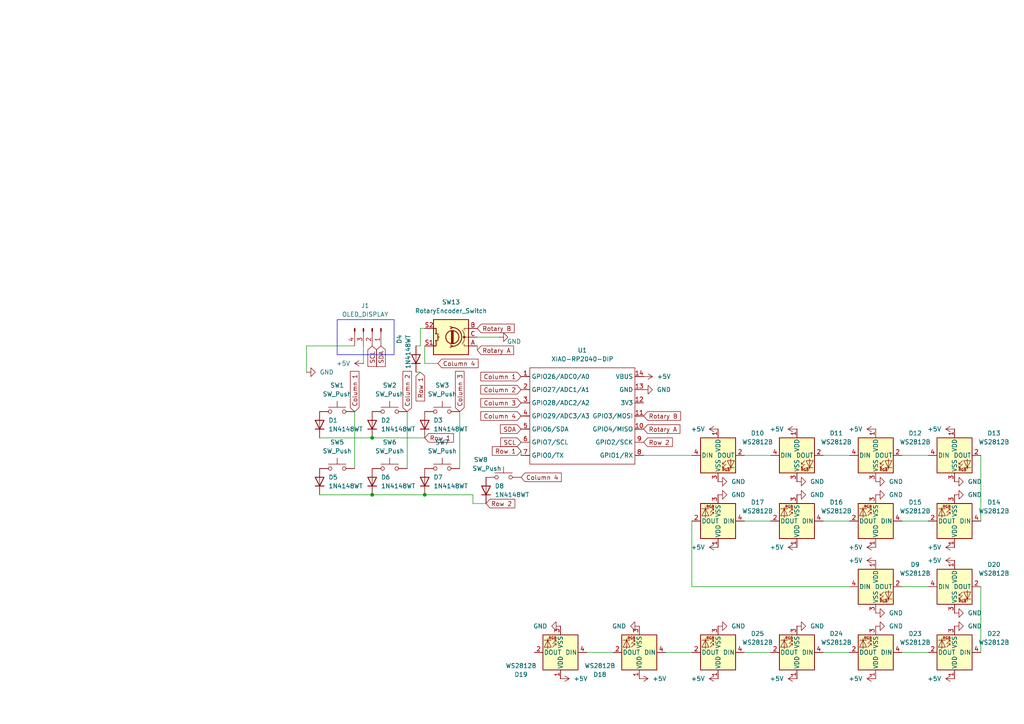
<source format=kicad_sch>
(kicad_sch (version 20250114) (generator "eeschema") (generator_version "9.0")
  (paper "A4")
  (lib_symbols
    (symbol "Connector:Conn_01x04_Pin" (pin_names (offset 1.016) (hide yes))
      (property "Reference" "J" (at 0 5.08 0))
      (property "Value" "Conn_01x04_Pin" (at 0 -7.62 0))
      (symbol "Conn_01x04_Pin_1_1"
        (rectangle (start 0.8636 2.667) (end 0 2.413) (stroke (width 0.1524)) (fill (type outline)))
        (rectangle (start 0.8636 0.127) (end 0 -0.127) (stroke (width 0.1524)) (fill (type outline)))
        (rectangle (start 0.8636 -2.413) (end 0 -2.667) (stroke (width 0.1524)) (fill (type outline)))
        (rectangle (start 0.8636 -4.953) (end 0 -5.207) (stroke (width 0.1524)) (fill (type outline)))
        (polyline (pts (xy 1.27 2.54) (xy 0.8636 2.54)) (stroke (width 0.1524)))
        (polyline (pts (xy 1.27 0) (xy 0.8636 0)) (stroke (width 0.1524)))
        (polyline (pts (xy 1.27 -2.54) (xy 0.8636 -2.54)) (stroke (width 0.1524)))
        (polyline (pts (xy 1.27 -5.08) (xy 0.8636 -5.08)) (stroke (width 0.1524)))
        (pin passive line (at 5.08 2.54 180) (length 3.81) (name "Pin_1") (number "1"))
        (pin passive line (at 5.08 0 180) (length 3.81) (name "Pin_2") (number "2"))
        (pin passive line (at 5.08 -2.54 180) (length 3.81) (name "Pin_3") (number "3"))
        (pin passive line (at 5.08 -5.08 180) (length 3.81) (name "Pin_4") (number "4"))
      )
    )
    (symbol "Device:RotaryEncoder_Switch" (pin_names (offset 0.254) (hide yes))
      (property "Reference" "SW" (at 0 6.604 0))
      (property "Value" "RotaryEncoder_Switch" (at 0 -6.604 0))
      (symbol "RotaryEncoder_Switch_0_1"
        (rectangle (start -5.08 5.08) (end 5.08 -5.08) (stroke (width 0.254)) (fill (type background)))
        (polyline (pts (xy -5.08 2.54) (xy -3.81 2.54) (xy -3.81 2.032)))
        (polyline (pts (xy -5.08 0) (xy -3.81 0) (xy -3.81 -1.016) (xy -3.302 -2.032)))
        (polyline (pts (xy -5.08 -2.54) (xy -3.81 -2.54) (xy -3.81 -2.032)))
        (polyline (pts (xy -4.318 0) (xy -3.81 0) (xy -3.81 1.016) (xy -3.302 2.032)))
        (circle (center -3.81 0) (radius 0.254) (fill (type outline)))
        (polyline (pts (xy -0.635 -1.778) (xy -0.635 1.778)) (stroke (width 0.254)))
        (circle (center -0.381 0) (radius 1.905) (stroke (width 0.254)))
        (polyline (pts (xy -0.381 -1.778) (xy -0.381 1.778)) (stroke (width 0.254)))
        (arc (start -0.381 -2.794) (mid -3.0988 -0.0635) (end -0.381 2.667) (stroke (width 0.254)))
        (polyline (pts (xy -0.127 1.778) (xy -0.127 -1.778)) (stroke (width 0.254)))
        (polyline (pts (xy 0.254 2.921) (xy -0.508 2.667) (xy 0.127 2.286)) (stroke (width 0.254)))
        (polyline (pts (xy 0.254 -3.048) (xy -0.508 -2.794) (xy 0.127 -2.413)) (stroke (width 0.254)))
        (polyline (pts (xy 3.81 1.016) (xy 3.81 -1.016)) (stroke (width 0.254)))
        (polyline (pts (xy 3.81 0) (xy 3.429 0)) (stroke (width 0.254)))
        (circle (center 4.318 1.016) (radius 0.127) (stroke (width 0.254)))
        (circle (center 4.318 -1.016) (radius 0.127) (stroke (width 0.254)))
        (polyline (pts (xy 5.08 2.54) (xy 4.318 2.54) (xy 4.318 1.016)) (stroke (width 0.254)))
        (polyline (pts (xy 5.08 -2.54) (xy 4.318 -2.54) (xy 4.318 -1.016)) (stroke (width 0.254)))
      )
      (symbol "RotaryEncoder_Switch_1_1"
        (pin passive line (at -7.62 2.54 0) (length 2.54) (name "A") (number "A"))
        (pin passive line (at -7.62 0 0) (length 2.54) (name "C") (number "C"))
        (pin passive line (at -7.62 -2.54 0) (length 2.54) (name "B") (number "B"))
        (pin passive line (at 7.62 2.54 180) (length 2.54) (name "S1") (number "S1"))
        (pin passive line (at 7.62 -2.54 180) (length 2.54) (name "S2") (number "S2"))
      )
    )
    (symbol "Diode:1N4148WT" (pin_numbers (hide yes)) (pin_names (hide yes))
      (property "Reference" "D" (at 0 2.54 0))
      (property "Value" "1N4148WT" (at 0 -2.54 0))
      (symbol "1N4148WT_0_1"
        (polyline (pts (xy -1.27 1.27) (xy -1.27 -1.27)) (stroke (width 0.254)))
        (polyline (pts (xy 1.27 1.27) (xy 1.27 -1.27) (xy -1.27 0) (xy 1.27 1.27)) (stroke (width 0.254)))
        (polyline (pts (xy 1.27 0) (xy -1.27 0)))
      )
      (symbol "1N4148WT_1_1"
        (pin passive line (at -3.81 0 0) (length 2.54) (name "K") (number "1"))
        (pin passive line (at 3.81 0 180) (length 2.54) (name "A") (number "2"))
      )
    )
    (symbol "LED:WS2812B" (pin_names (offset 0.254))
      (property "Reference" "D" (at 5.08 5.715 0))
      (property "Value" "WS2812B" (at 1.27 -5.715 0))
      (symbol "WS2812B_0_0"
        (text "RGB" (at 2.286 -4.191 0) (effects (font (size 0.762 0.762))))
      )
      (symbol "WS2812B_0_1"
        (polyline (pts (xy 1.27 -2.54) (xy 1.778 -2.54)))
        (polyline (pts (xy 1.27 -3.556) (xy 1.778 -3.556)))
        (polyline (pts (xy 2.286 -1.524) (xy 1.27 -2.54) (xy 1.27 -2.032)))
        (polyline (pts (xy 2.286 -2.54) (xy 1.27 -3.556) (xy 1.27 -3.048)))
        (polyline (pts (xy 3.683 -1.016) (xy 3.683 -3.556) (xy 3.683 -4.064)))
        (polyline (pts (xy 4.699 -1.524) (xy 2.667 -1.524) (xy 3.683 -3.556) (xy 4.699 -1.524)))
        (polyline (pts (xy 4.699 -3.556) (xy 2.667 -3.556)))
        (rectangle (start 5.08 5.08) (end -5.08 -5.08) (stroke (width 0.254)) (fill (type background)))
      )
      (symbol "WS2812B_1_1"
        (pin input line (at -7.62 0 0) (length 2.54) (name "DIN") (number "4"))
        (pin power_in line (at 0 7.62 270) (length 2.54) (name "VDD") (number "1"))
        (pin power_in line (at 0 -7.62 90) (length 2.54) (name "VSS") (number "3"))
        (pin output line (at 7.62 0 180) (length 2.54) (name "DOUT") (number "2"))
      )
    )
    (symbol "OPL:XIAO-RP2040-DIP"
      (property "Reference" "U" (at 0 0 0))
      (property "Value" "XIAO-RP2040-DIP" (at 5.334 -1.778 0))
      (symbol "XIAO-RP2040-DIP_1_0"
        (polyline (pts (xy -1.27 -2.54) (xy 29.21 -2.54)) (stroke (width 0.1524)))
        (polyline (pts (xy -1.27 -5.08) (xy -2.54 -5.08)) (stroke (width 0.1524)))
        (polyline (pts (xy -1.27 -5.08) (xy -1.27 -2.54)) (stroke (width 0.1524)))
        (polyline (pts (xy -1.27 -8.89) (xy -2.54 -8.89)) (stroke (width 0.1524)))
        (polyline (pts (xy -1.27 -8.89) (xy -1.27 -5.08)) (stroke (width 0.1524)))
        (polyline (pts (xy -1.27 -12.7) (xy -2.54 -12.7)) (stroke (width 0.1524)))
        (polyline (pts (xy -1.27 -12.7) (xy -1.27 -8.89)) (stroke (width 0.1524)))
        (polyline (pts (xy -1.27 -16.51) (xy -2.54 -16.51)) (stroke (width 0.1524)))
        (polyline (pts (xy -1.27 -16.51) (xy -1.27 -12.7)) (stroke (width 0.1524)))
        (polyline (pts (xy -1.27 -20.32) (xy -2.54 -20.32)) (stroke (width 0.1524)))
        (polyline (pts (xy -1.27 -24.13) (xy -2.54 -24.13)) (stroke (width 0.1524)))
        (polyline (pts (xy -1.27 -27.94) (xy -2.54 -27.94)) (stroke (width 0.1524)))
        (polyline (pts (xy -1.27 -30.48) (xy -1.27 -16.51)) (stroke (width 0.1524)))
        (polyline (pts (xy 29.21 -2.54) (xy 29.21 -5.08)) (stroke (width 0.1524)))
        (polyline (pts (xy 29.21 -5.08) (xy 29.21 -8.89)) (stroke (width 0.1524)))
        (polyline (pts (xy 29.21 -8.89) (xy 29.21 -12.7)) (stroke (width 0.1524)))
        (polyline (pts (xy 29.21 -12.7) (xy 29.21 -30.48)) (stroke (width 0.1524)))
        (polyline (pts (xy 29.21 -30.48) (xy -1.27 -30.48)) (stroke (width 0.1524)))
        (polyline (pts (xy 30.48 -5.08) (xy 29.21 -5.08)) (stroke (width 0.1524)))
        (polyline (pts (xy 30.48 -8.89) (xy 29.21 -8.89)) (stroke (width 0.1524)))
        (polyline (pts (xy 30.48 -12.7) (xy 29.21 -12.7)) (stroke (width 0.1524)))
        (polyline (pts (xy 30.48 -16.51) (xy 29.21 -16.51)) (stroke (width 0.1524)))
        (polyline (pts (xy 30.48 -20.32) (xy 29.21 -20.32)) (stroke (width 0.1524)))
        (polyline (pts (xy 30.48 -24.13) (xy 29.21 -24.13)) (stroke (width 0.1524)))
        (polyline (pts (xy 30.48 -27.94) (xy 29.21 -27.94)) (stroke (width 0.1524)))
        (pin passive line (at -3.81 -5.08 0) (length 2.54) (name "GPIO26/ADC0/A0") (number "1"))
        (pin passive line (at -3.81 -8.89 0) (length 2.54) (name "GPIO27/ADC1/A1") (number "2"))
        (pin passive line (at -3.81 -12.7 0) (length 2.54) (name "GPIO28/ADC2/A2") (number "3"))
        (pin passive line (at -3.81 -16.51 0) (length 2.54) (name "GPIO29/ADC3/A3") (number "4"))
        (pin passive line (at -3.81 -20.32 0) (length 2.54) (name "GPIO6/SDA") (number "5"))
        (pin passive line (at -3.81 -24.13 0) (length 2.54) (name "GPIO7/SCL") (number "6"))
        (pin passive line (at -3.81 -27.94 0) (length 2.54) (name "GPIO0/TX") (number "7"))
        (pin passive line (at 31.75 -5.08 180) (length 2.54) (name "VBUS") (number "14"))
        (pin passive line (at 31.75 -8.89 180) (length 2.54) (name "GND") (number "13"))
        (pin passive line (at 31.75 -12.7 180) (length 2.54) (name "3V3") (number "12"))
        (pin passive line (at 31.75 -16.51 180) (length 2.54) (name "GPIO3/MOSI") (number "11"))
        (pin passive line (at 31.75 -20.32 180) (length 2.54) (name "GPIO4/MISO") (number "10"))
        (pin passive line (at 31.75 -24.13 180) (length 2.54) (name "GPIO2/SCK") (number "9"))
        (pin passive line (at 31.75 -27.94 180) (length 2.54) (name "GPIO1/RX") (number "8"))
      )
    )
    (symbol "Switch:SW_Push" (pin_numbers (hide yes)) (pin_names (offset 1.016) (hide yes))
      (property "Reference" "SW" (at 1.27 2.54 0))
      (property "Value" "SW_Push" (at 0 -1.524 0))
      (symbol "SW_Push_0_1"
        (circle (center -2.032 0) (radius 0.508))
        (polyline (pts (xy 0 1.27) (xy 0 3.048)))
        (circle (center 2.032 0) (radius 0.508))
        (polyline (pts (xy 2.54 1.27) (xy -2.54 1.27)))
        (pin passive line (at -5.08 0 0) (length 2.54) (name "1") (number "1"))
        (pin passive line (at 5.08 0 180) (length 2.54) (name "2") (number "2"))
      )
    )
    (symbol "power:+5V" (power) (pin_numbers (hide yes)) (pin_names (offset 0) (hide yes))
      (property "Value" "+5V" (at 0 3.556 0))
      (symbol "+5V_0_1"
        (polyline (pts (xy -0.762 1.27) (xy 0 2.54)))
        (polyline (pts (xy 0 2.54) (xy 0.762 1.27)))
        (polyline (pts (xy 0 0) (xy 0 2.54)))
      )
      (symbol "+5V_1_1"
        (pin power_in line (at 0 0 90) (length 0) (name "~") (number "1"))
      )
    )
    (symbol "power:GND" (power) (pin_numbers (hide yes)) (pin_names (offset 0) (hide yes))
      (property "Value" "GND" (at 0 -3.81 0))
      (symbol "GND_0_1"
        (polyline (pts (xy 0 0) (xy 0 -1.27) (xy 1.27 -1.27) (xy 0 -2.54) (xy -1.27 -1.27) (xy 0 -1.27)))
      )
      (symbol "GND_1_1"
        (pin power_in line (at 0 0 270) (length 0) (name "~") (number "1"))
      )
    )
  )
  (rectangle (start 97.79 92.71) (end 114.3 102.87))
  (junction (at 107.95 143.51))
  (junction (at 107.95 127))
  (junction (at 123.19 143.51))
  (wire (pts (xy 238.76 151.13) (xy 246.38 151.13)))
  (wire (pts (xy 137.16 146.05) (xy 140.97 146.05)))
  (wire (pts (xy 261.62 170.18) (xy 269.24 170.18)))
  (wire (pts (xy 102.87 100.33) (xy 88.9 100.33)))
  (wire (pts (xy 193.04 189.23) (xy 200.66 189.23)))
  (wire (pts (xy 137.16 143.51) (xy 123.19 143.51)))
  (wire (pts (xy 200.66 151.13) (xy 200.66 170.18)))
  (wire (pts (xy 151.13 130.81) (xy 151.13 132.08)))
  (wire (pts (xy 186.69 132.08) (xy 200.66 132.08)))
  (wire (pts (xy 88.9 100.33) (xy 88.9 107.95)))
  (wire (pts (xy 107.95 143.51) (xy 123.19 143.51)))
  (wire (pts (xy 138.43 101.6) (xy 138.43 100.33)))
  (wire (pts (xy 238.76 189.23) (xy 246.38 189.23)))
  (wire (pts (xy 107.95 127) (xy 123.19 127)))
  (wire (pts (xy 123.19 100.33) (xy 123.19 105.41)))
  (wire (pts (xy 105.41 100.33) (xy 105.41 105.41)))
  (wire (pts (xy 92.71 143.51) (xy 107.95 143.51)))
  (wire (pts (xy 102.87 119.38) (xy 102.87 135.89)))
  (wire (pts (xy 137.16 146.05) (xy 137.16 143.51)))
  (wire (pts (xy 133.35 119.38) (xy 133.35 135.89)))
  (wire (pts (xy 92.71 127) (xy 107.95 127)))
  (wire (pts (xy 215.9 132.08) (xy 223.52 132.08)))
  (wire (pts (xy 121.92 100.33) (xy 121.92 95.25)))
  (wire (pts (xy 261.62 189.23) (xy 269.24 189.23)))
  (wire (pts (xy 215.9 151.13) (xy 223.52 151.13)))
  (wire (pts (xy 121.92 100.33) (xy 120.65 100.33)))
  (wire (pts (xy 118.11 119.38) (xy 118.11 135.89)))
  (wire (pts (xy 215.9 189.23) (xy 223.52 189.23)))
  (wire (pts (xy 261.62 132.08) (xy 269.24 132.08)))
  (wire (pts (xy 238.76 132.08) (xy 246.38 132.08)))
  (wire (pts (xy 261.62 151.13) (xy 269.24 151.13)))
  (wire (pts (xy 123.19 105.41) (xy 127 105.41)))
  (wire (pts (xy 121.92 107.95) (xy 120.65 107.95)))
  (wire (pts (xy 284.48 170.18) (xy 284.48 189.23)))
  (wire (pts (xy 200.66 170.18) (xy 246.38 170.18)))
  (wire (pts (xy 121.92 95.25) (xy 123.19 95.25)))
  (wire (pts (xy 284.48 132.08) (xy 284.48 151.13)))
  (wire (pts (xy 138.43 97.79) (xy 144.78 97.79)))
  (wire (pts (xy 177.8 189.23) (xy 170.18 189.23)))
  (global_label "SDA" (shape input) (at 110.49 100.33 270) (property "Intersheetrefs" "${INTERSHEET_REFS}" (effects (hide yes))))
  (global_label "SDA" (shape input) (at 151.13 124.46 180) (property "Intersheetrefs" "${INTERSHEET_REFS}" (effects (hide yes))))
  (global_label "Column 3" (shape input) (at 133.35 119.38 90) (property "Intersheetrefs" "${INTERSHEET_REFS}" (effects (hide yes))))
  (global_label "Column 1" (shape input) (at 151.13 109.22 180) (property "Intersheetrefs" "${INTERSHEET_REFS}" (effects (hide yes))))
  (global_label "Column 2" (shape input) (at 118.11 119.38 90) (property "Intersheetrefs" "${INTERSHEET_REFS}" (effects (hide yes))))
  (global_label "Rotary A" (shape input) (at 138.43 101.6 0) (property "Intersheetrefs" "${INTERSHEET_REFS}" (effects (hide yes))))
  (global_label "Row 2" (shape input) (at 140.97 146.05 0) (property "Intersheetrefs" "${INTERSHEET_REFS}" (effects (hide yes))))
  (global_label "Rotary A" (shape input) (at 186.69 124.46 0) (property "Intersheetrefs" "${INTERSHEET_REFS}" (effects (hide yes))))
  (global_label "Row 1" (shape input) (at 123.19 127 0) (property "Intersheetrefs" "${INTERSHEET_REFS}" (effects (hide yes))))
  (global_label "Row 1" (shape input) (at 151.13 130.81 180) (property "Intersheetrefs" "${INTERSHEET_REFS}" (effects (hide yes))))
  (global_label "Column 3" (shape input) (at 151.13 116.84 180) (property "Intersheetrefs" "${INTERSHEET_REFS}" (effects (hide yes))))
  (global_label "Column 4" (shape input) (at 127 105.41 0) (property "Intersheetrefs" "${INTERSHEET_REFS}" (effects (hide yes))))
  (global_label "Column 4" (shape input) (at 151.13 138.43 0) (property "Intersheetrefs" "${INTERSHEET_REFS}" (effects (hide yes))))
  (global_label "Column 2" (shape input) (at 151.13 113.03 180) (property "Intersheetrefs" "${INTERSHEET_REFS}" (effects (hide yes))))
  (global_label "Rotary B" (shape input) (at 186.69 120.65 0) (property "Intersheetrefs" "${INTERSHEET_REFS}" (effects (hide yes))))
  (global_label "Row 1" (shape input) (at 121.92 107.95 270) (property "Intersheetrefs" "${INTERSHEET_REFS}" (effects (hide yes))))
  (global_label "Row 2" (shape input) (at 186.69 128.27 0) (property "Intersheetrefs" "${INTERSHEET_REFS}" (effects (hide yes))))
  (global_label "Column 4" (shape input) (at 151.13 120.65 180) (property "Intersheetrefs" "${INTERSHEET_REFS}" (effects (hide yes))))
  (global_label "Column 1" (shape input) (at 102.87 119.38 90) (property "Intersheetrefs" "${INTERSHEET_REFS}" (effects (hide yes))))
  (global_label "Rotary B" (shape input) (at 138.43 95.25 0) (property "Intersheetrefs" "${INTERSHEET_REFS}" (effects (hide yes))))
  (global_label "SCL" (shape input) (at 151.13 128.27 180) (property "Intersheetrefs" "${INTERSHEET_REFS}" (effects (hide yes))))
  (global_label "SCL" (shape input) (at 107.95 100.33 270) (property "Intersheetrefs" "${INTERSHEET_REFS}" (effects (hide yes))))
  (symbol (lib_id "Switch:SW_Push") (at 97.79 135.89 0) (unit 1)
    (property "Reference" "SW5" (at 97.79 128.27 0))
    (property "Value" "SW_Push" (at 97.79 130.81 0))
    (property "Footprint" "Button_Switch_Keyboard:SW_Cherry_MX_1.00u_PCB" (effects (hide yes)))
    (property "Description" "Push button switch, generic, two pins" (effects (hide yes)))
  )
  (symbol (lib_id "power:+5V") (at 208.28 196.85 90) (unit 1)
    (property "Reference" "#PWR037" (effects (hide yes)))
    (property "Value" "+5V" (at 204.47 196.8499 90) (effects (justify left)))
    (property "Description" "Power symbol creates a global label with name \"+5V\"" (effects (hide yes)))
  )
  (symbol (lib_id "LED:WS2812B") (at 208.28 189.23 180) (unit 1)
    (property "Reference" "D25" (at 219.71 183.7846 0))
    (property "Value" "WS2812B" (at 219.71 186.3246 0))
    (property "Footprint" "LED_SMD:LED_SK6812MINI_PLCC4_3.5x3.5mm_P1.75mm" (effects (hide yes)))
    (property "Datasheet" "https://cdn-shop.adafruit.com/datasheets/WS2812B.pdf" (effects (hide yes)))
    (property "Description" "RGB LED with integrated controller" (effects (hide yes)))
  )
  (symbol (lib_id "power:GND") (at 254 139.7 90) (unit 1)
    (property "Reference" "#PWR09" (effects (hide yes)))
    (property "Value" "GND" (at 257.81 139.6999 90) (effects (justify right)))
    (property "Description" "Power symbol creates a global label with name \"GND\" , ground" (effects (hide yes)))
  )
  (symbol (lib_id "power:GND") (at 231.14 143.51 90) (unit 1)
    (property "Reference" "#PWR011" (effects (hide yes)))
    (property "Value" "GND" (at 234.95 143.5099 90) (effects (justify right)))
    (property "Description" "Power symbol creates a global label with name \"GND\" , ground" (effects (hide yes)))
  )
  (symbol (lib_id "power:GND") (at 144.78 97.79 90) (unit 1)
    (property "Reference" "#PWR05" (effects (hide yes)))
    (property "Value" "GND" (at 149.098 99.06 90))
    (property "Description" "Power symbol creates a global label with name \"GND\" , ground" (effects (hide yes)))
  )
  (symbol (lib_id "Diode:1N4148WT") (at 92.71 139.7 90) (unit 1)
    (property "Reference" "D5" (at 95.25 138.4299 90) (effects (justify right)))
    (property "Value" "1N4148WT" (at 95.25 140.9699 90) (effects (justify right)))
    (property "Footprint" "Diode_SMD:D_SOD-523" (effects (hide yes)))
    (property "Datasheet" "https://www.diodes.com/assets/Datasheets/ds30396.pdf" (effects (hide yes)))
    (property "Description" "75V 0.15A Fast switching Diode, SOD-523" (effects (hide yes)))
    (property "Sim.Device" "D" (effects (hide yes)))
    (property "Sim.Pins" "1=K 2=A" (effects (hide yes)))
  )
  (symbol (lib_id "LED:WS2812B") (at 231.14 189.23 180) (unit 1)
    (property "Reference" "D24" (at 242.57 183.7846 0))
    (property "Value" "WS2812B" (at 242.57 186.3246 0))
    (property "Footprint" "LED_SMD:LED_SK6812MINI_PLCC4_3.5x3.5mm_P1.75mm" (effects (hide yes)))
    (property "Datasheet" "https://cdn-shop.adafruit.com/datasheets/WS2812B.pdf" (effects (hide yes)))
    (property "Description" "RGB LED with integrated controller" (effects (hide yes)))
  )
  (symbol (lib_id "power:+5V") (at 276.86 196.85 90) (unit 1)
    (property "Reference" "#PWR034" (effects (hide yes)))
    (property "Value" "+5V" (at 273.05 196.8499 90) (effects (justify left)))
    (property "Description" "Power symbol creates a global label with name \"+5V\"" (effects (hide yes)))
  )
  (symbol (lib_id "power:GND") (at 162.56 181.61 270) (unit 1)
    (property "Reference" "#PWR015" (effects (hide yes)))
    (property "Value" "GND" (at 158.75 181.6101 90) (effects (justify right)))
    (property "Description" "Power symbol creates a global label with name \"GND\" , ground" (effects (hide yes)))
  )
  (symbol (lib_id "power:GND") (at 208.28 139.7 90) (unit 1)
    (property "Reference" "#PWR07" (effects (hide yes)))
    (property "Value" "GND" (at 212.09 139.6999 90) (effects (justify right)))
    (property "Description" "Power symbol creates a global label with name \"GND\" , ground" (effects (hide yes)))
  )
  (symbol (lib_id "power:+5V") (at 254 124.46 90) (unit 1)
    (property "Reference" "#PWR024" (effects (hide yes)))
    (property "Value" "+5V" (at 250.19 124.4599 90) (effects (justify left)))
    (property "Description" "Power symbol creates a global label with name \"+5V\"" (effects (hide yes)))
  )
  (symbol (lib_id "LED:WS2812B") (at 254 132.08 0) (unit 1)
    (property "Reference" "D12" (at 265.43 125.6598 0))
    (property "Value" "WS2812B" (at 265.43 128.1998 0))
    (property "Footprint" "Backlight:MX_SK6812MINI-E_REV" (effects (hide yes)))
    (property "Datasheet" "https://cdn-shop.adafruit.com/datasheets/WS2812B.pdf" (effects (hide yes)))
    (property "Description" "RGB LED with integrated controller" (effects (hide yes)))
  )
  (symbol (lib_id "power:+5V") (at 276.86 124.46 90) (unit 1)
    (property "Reference" "#PWR025" (effects (hide yes)))
    (property "Value" "+5V" (at 273.05 124.4599 90) (effects (justify left)))
    (property "Description" "Power symbol creates a global label with name \"+5V\"" (effects (hide yes)))
  )
  (symbol (lib_id "LED:WS2812B") (at 276.86 189.23 180) (unit 1)
    (property "Reference" "D22" (at 288.29 183.7846 0))
    (property "Value" "WS2812B" (at 288.29 186.3246 0))
    (property "Footprint" "LED_SMD:LED_SK6812MINI_PLCC4_3.5x3.5mm_P1.75mm" (effects (hide yes)))
    (property "Datasheet" "https://cdn-shop.adafruit.com/datasheets/WS2812B.pdf" (effects (hide yes)))
    (property "Description" "RGB LED with integrated controller" (effects (hide yes)))
  )
  (symbol (lib_id "LED:WS2812B") (at 162.56 189.23 180) (unit 1)
    (property "Reference" "D19" (at 151.13 195.6502 0))
    (property "Value" "WS2812B" (at 151.13 193.1102 0))
    (property "Footprint" "LED_SMD:LED_SK6812MINI_PLCC4_3.5x3.5mm_P1.75mm" (effects (hide yes)))
    (property "Datasheet" "https://cdn-shop.adafruit.com/datasheets/WS2812B.pdf" (effects (hide yes)))
    (property "Description" "RGB LED with integrated controller" (effects (hide yes)))
  )
  (symbol (lib_id "Diode:1N4148WT") (at 123.19 123.19 90) (unit 1)
    (property "Reference" "D3" (at 125.73 121.9199 90) (effects (justify right)))
    (property "Value" "1N4148WT" (at 125.73 124.4599 90) (effects (justify right)))
    (property "Footprint" "Diode_SMD:D_SOD-523" (effects (hide yes)))
    (property "Datasheet" "https://www.diodes.com/assets/Datasheets/ds30396.pdf" (effects (hide yes)))
    (property "Description" "75V 0.15A Fast switching Diode, SOD-523" (effects (hide yes)))
    (property "Sim.Device" "D" (effects (hide yes)))
    (property "Sim.Pins" "1=K 2=A" (effects (hide yes)))
  )
  (symbol (lib_id "LED:WS2812B") (at 276.86 151.13 180) (unit 1)
    (property "Reference" "D14" (at 288.29 145.6846 0))
    (property "Value" "WS2812B" (at 288.29 148.2246 0))
    (property "Footprint" "Backlight:MX_SK6812MINI-E_REV" (effects (hide yes)))
    (property "Datasheet" "https://cdn-shop.adafruit.com/datasheets/WS2812B.pdf" (effects (hide yes)))
    (property "Description" "RGB LED with integrated controller" (effects (hide yes)))
  )
  (symbol (lib_id "Diode:1N4148WT") (at 92.71 123.19 90) (unit 1)
    (property "Reference" "D1" (at 95.25 121.9199 90) (effects (justify right)))
    (property "Value" "1N4148WT" (at 95.25 124.4599 90) (effects (justify right)))
    (property "Footprint" "Diode_SMD:D_SOD-523" (effects (hide yes)))
    (property "Datasheet" "https://www.diodes.com/assets/Datasheets/ds30396.pdf" (effects (hide yes)))
    (property "Description" "75V 0.15A Fast switching Diode, SOD-523" (effects (hide yes)))
    (property "Sim.Device" "D" (effects (hide yes)))
    (property "Sim.Pins" "1=K 2=A" (effects (hide yes)))
  )
  (symbol (lib_id "LED:WS2812B") (at 276.86 132.08 0) (unit 1)
    (property "Reference" "D13" (at 288.29 125.6598 0))
    (property "Value" "WS2812B" (at 288.29 128.1998 0))
    (property "Footprint" "Backlight:MX_SK6812MINI-E_REV" (effects (hide yes)))
    (property "Datasheet" "https://cdn-shop.adafruit.com/datasheets/WS2812B.pdf" (effects (hide yes)))
    (property "Description" "RGB LED with integrated controller" (effects (hide yes)))
  )
  (symbol (lib_id "power:+5V") (at 276.86 158.75 90) (unit 1)
    (property "Reference" "#PWR026" (effects (hide yes)))
    (property "Value" "+5V" (at 273.05 158.7499 90) (effects (justify left)))
    (property "Description" "Power symbol creates a global label with name \"+5V\"" (effects (hide yes)))
  )
  (symbol (lib_id "Switch:SW_Push") (at 113.03 119.38 0) (unit 1)
    (property "Reference" "SW2" (at 113.03 111.76 0))
    (property "Value" "SW_Push" (at 113.03 114.3 0))
    (property "Footprint" "Button_Switch_Keyboard:SW_Cherry_MX_1.00u_PCB" (effects (hide yes)))
    (property "Description" "Push button switch, generic, two pins" (effects (hide yes)))
  )
  (symbol (lib_id "power:+5V") (at 186.69 109.22 270) (unit 1)
    (property "Reference" "#PWR01" (effects (hide yes)))
    (property "Value" "+5V" (at 190.5 109.2199 90) (effects (justify left)))
    (property "Description" "Power symbol creates a global label with name \"+5V\"" (effects (hide yes)))
  )
  (symbol (lib_id "Diode:1N4148WT") (at 107.95 123.19 90) (unit 1)
    (property "Reference" "D2" (at 110.49 121.9199 90) (effects (justify right)))
    (property "Value" "1N4148WT" (at 110.49 124.4599 90) (effects (justify right)))
    (property "Footprint" "Diode_SMD:D_SOD-523" (effects (hide yes)))
    (property "Datasheet" "https://www.diodes.com/assets/Datasheets/ds30396.pdf" (effects (hide yes)))
    (property "Description" "75V 0.15A Fast switching Diode, SOD-523" (effects (hide yes)))
    (property "Sim.Device" "D" (effects (hide yes)))
    (property "Sim.Pins" "1=K 2=A" (effects (hide yes)))
  )
  (symbol (lib_id "power:GND") (at 186.69 113.03 90) (unit 1)
    (property "Reference" "#PWR02" (effects (hide yes)))
    (property "Value" "GND" (at 190.5 113.0299 90) (effects (justify right)))
    (property "Description" "Power symbol creates a global label with name \"GND\" , ground" (effects (hide yes)))
  )
  (symbol (lib_id "LED:WS2812B") (at 231.14 151.13 180) (unit 1)
    (property "Reference" "D16" (at 242.57 145.6846 0))
    (property "Value" "WS2812B" (at 242.57 148.2246 0))
    (property "Footprint" "Backlight:MX_SK6812MINI-E_REV" (effects (hide yes)))
    (property "Datasheet" "https://cdn-shop.adafruit.com/datasheets/WS2812B.pdf" (effects (hide yes)))
    (property "Description" "RGB LED with integrated controller" (effects (hide yes)))
  )
  (symbol (lib_id "power:+5V") (at 254 158.75 90) (unit 1)
    (property "Reference" "#PWR027" (effects (hide yes)))
    (property "Value" "+5V" (at 250.19 158.7499 90) (effects (justify left)))
    (property "Description" "Power symbol creates a global label with name \"+5V\"" (effects (hide yes)))
  )
  (symbol (lib_id "power:GND") (at 254 181.61 90) (unit 1)
    (property "Reference" "#PWR019" (effects (hide yes)))
    (property "Value" "GND" (at 257.81 181.6099 90) (effects (justify right)))
    (property "Description" "Power symbol creates a global label with name \"GND\" , ground" (effects (hide yes)))
  )
  (symbol (lib_id "power:+5V") (at 105.41 105.41 90) (unit 1)
    (property "Reference" "#PWR03" (effects (hide yes)))
    (property "Value" "+5V" (at 101.6 105.4099 90) (effects (justify left)))
    (property "Description" "Power symbol creates a global label with name \"+5V\"" (effects (hide yes)))
  )
  (symbol (lib_id "LED:WS2812B") (at 208.28 132.08 0) (unit 1)
    (property "Reference" "D10" (at 219.71 125.6598 0))
    (property "Value" "WS2812B" (at 219.71 128.1998 0))
    (property "Footprint" "Backlight:MX_SK6812MINI-E_REV" (effects (hide yes)))
    (property "Datasheet" "https://cdn-shop.adafruit.com/datasheets/WS2812B.pdf" (effects (hide yes)))
    (property "Description" "RGB LED with integrated controller" (effects (hide yes)))
  )
  (symbol (lib_id "Switch:SW_Push") (at 128.27 119.38 0) (unit 1)
    (property "Reference" "SW3" (at 128.27 111.76 0))
    (property "Value" "SW_Push" (at 128.27 114.3 0))
    (property "Footprint" "Button_Switch_Keyboard:SW_Cherry_MX_1.00u_PCB" (effects (hide yes)))
    (property "Description" "Push button switch, generic, two pins" (effects (hide yes)))
  )
  (symbol (lib_id "Switch:SW_Push") (at 113.03 135.89 0) (unit 1)
    (property "Reference" "SW6" (at 113.03 128.27 0))
    (property "Value" "SW_Push" (at 113.03 130.81 0))
    (property "Footprint" "Button_Switch_Keyboard:SW_Cherry_MX_1.00u_PCB" (effects (hide yes)))
    (property "Description" "Push button switch, generic, two pins" (effects (hide yes)))
  )
  (symbol (lib_id "power:GND") (at 231.14 181.61 90) (unit 1)
    (property "Reference" "#PWR020" (effects (hide yes)))
    (property "Value" "GND" (at 234.95 181.6099 90) (effects (justify right)))
    (property "Description" "Power symbol creates a global label with name \"GND\" , ground" (effects (hide yes)))
  )
  (symbol (lib_id "power:GND") (at 276.86 143.51 90) (unit 1)
    (property "Reference" "#PWR013" (effects (hide yes)))
    (property "Value" "GND" (at 280.67 143.5099 90) (effects (justify right)))
    (property "Description" "Power symbol creates a global label with name \"GND\" , ground" (effects (hide yes)))
  )
  (symbol (lib_id "LED:WS2812B") (at 208.28 151.13 180) (unit 1)
    (property "Reference" "D17" (at 219.71 145.6846 0))
    (property "Value" "WS2812B" (at 219.71 148.2246 0))
    (property "Footprint" "LED_SMD:LED_SK6812MINI_PLCC4_3.5x3.5mm_P1.75mm" (effects (hide yes)))
    (property "Datasheet" "https://cdn-shop.adafruit.com/datasheets/WS2812B.pdf" (effects (hide yes)))
    (property "Description" "RGB LED with integrated controller" (effects (hide yes)))
  )
  (symbol (lib_id "power:+5V") (at 231.14 196.85 90) (unit 1)
    (property "Reference" "#PWR036" (effects (hide yes)))
    (property "Value" "+5V" (at 227.33 196.8499 90) (effects (justify left)))
    (property "Description" "Power symbol creates a global label with name \"+5V\"" (effects (hide yes)))
  )
  (symbol (lib_id "power:+5V") (at 185.42 196.85 270) (unit 1)
    (property "Reference" "#PWR030" (effects (hide yes)))
    (property "Value" "+5V" (at 189.23 196.8501 90) (effects (justify left)))
    (property "Description" "Power symbol creates a global label with name \"+5V\"" (effects (hide yes)))
  )
  (symbol (lib_id "power:GND") (at 208.28 143.51 90) (unit 1)
    (property "Reference" "#PWR06" (effects (hide yes)))
    (property "Value" "GND" (at 212.09 143.5099 90) (effects (justify right)))
    (property "Description" "Power symbol creates a global label with name \"GND\" , ground" (effects (hide yes)))
  )
  (symbol (lib_id "Diode:1N4148WT") (at 107.95 139.7 90) (unit 1)
    (property "Reference" "D6" (at 110.49 138.4299 90) (effects (justify right)))
    (property "Value" "1N4148WT" (at 110.49 140.9699 90) (effects (justify right)))
    (property "Footprint" "Diode_SMD:D_SOD-523" (effects (hide yes)))
    (property "Datasheet" "https://www.diodes.com/assets/Datasheets/ds30396.pdf" (effects (hide yes)))
    (property "Description" "75V 0.15A Fast switching Diode, SOD-523" (effects (hide yes)))
    (property "Sim.Device" "D" (effects (hide yes)))
    (property "Sim.Pins" "1=K 2=A" (effects (hide yes)))
  )
  (symbol (lib_id "power:GND") (at 254 177.8 90) (unit 1)
    (property "Reference" "#PWR016" (effects (hide yes)))
    (property "Value" "GND" (at 257.81 177.7999 90) (effects (justify right)))
    (property "Description" "Power symbol creates a global label with name \"GND\" , ground" (effects (hide yes)))
  )
  (symbol (lib_id "Diode:1N4148WT") (at 140.97 142.24 90) (unit 1)
    (property "Reference" "D8" (at 143.51 140.9699 90) (effects (justify right)))
    (property "Value" "1N4148WT" (at 143.51 143.5099 90) (effects (justify right)))
    (property "Footprint" "Diode_SMD:D_SOD-523" (effects (hide yes)))
    (property "Datasheet" "https://www.diodes.com/assets/Datasheets/ds30396.pdf" (effects (hide yes)))
    (property "Description" "75V 0.15A Fast switching Diode, SOD-523" (effects (hide yes)))
    (property "Sim.Device" "D" (effects (hide yes)))
    (property "Sim.Pins" "1=K 2=A" (effects (hide yes)))
  )
  (symbol (lib_id "LED:WS2812B") (at 254 170.18 0) (unit 1)
    (property "Reference" "D9" (at 265.43 163.7598 0))
    (property "Value" "WS2812B" (at 265.43 166.2998 0))
    (property "Footprint" "LED_SMD:LED_SK6812MINI_PLCC4_3.5x3.5mm_P1.75mm" (effects (hide yes)))
    (property "Datasheet" "https://cdn-shop.adafruit.com/datasheets/WS2812B.pdf" (effects (hide yes)))
    (property "Description" "RGB LED with integrated controller" (effects (hide yes)))
  )
  (symbol (lib_id "Connector:Conn_01x04_Pin") (at 107.95 95.25 270) (unit 1)
    (property "Reference" "J1" (at 105.918 88.646 90))
    (property "Value" "OLED_DISPLAY" (at 105.918 91.186 90))
    (property "Footprint" "Connector_PinHeader_2.54mm:PinHeader_1x04_P2.54mm_Vertical" (effects (hide yes)))
    (property "Description" "Generic connector, single row, 01x04, script generated" (effects (hide yes)))
  )
  (symbol (lib_id "power:GND") (at 231.14 139.7 90) (unit 1)
    (property "Reference" "#PWR08" (effects (hide yes)))
    (property "Value" "GND" (at 234.95 139.6999 90) (effects (justify right)))
    (property "Description" "Power symbol creates a global label with name \"GND\" , ground" (effects (hide yes)))
  )
  (symbol (lib_id "Switch:SW_Push") (at 97.79 119.38 0) (unit 1)
    (property "Reference" "SW1" (at 97.79 111.76 0))
    (property "Value" "SW_Push" (at 97.79 114.3 0))
    (property "Footprint" "Button_Switch_Keyboard:SW_Cherry_MX_1.00u_PCB" (effects (hide yes)))
    (property "Description" "Push button switch, generic, two pins" (effects (hide yes)))
  )
  (symbol (lib_id "power:GND") (at 276.86 177.8 90) (unit 1)
    (property "Reference" "#PWR017" (effects (hide yes)))
    (property "Value" "GND" (at 280.67 177.7999 90) (effects (justify right)))
    (property "Description" "Power symbol creates a global label with name \"GND\" , ground" (effects (hide yes)))
  )
  (symbol (lib_id "Device:RotaryEncoder_Switch") (at 130.81 97.79 180) (unit 1)
    (property "Reference" "SW13" (at 130.81 87.63 0))
    (property "Value" "RotaryEncoder_Switch" (at 130.81 90.17 0))
    (property "Footprint" "Rotary_Encoder:RotaryEncoder_Alps_EC11E-Switch_Vertical_H20mm" (effects (hide yes)))
    (property "Description" "Rotary encoder, dual channel, incremental quadrate outputs, with switch" (effects (hide yes)))
  )
  (symbol (lib_id "Diode:1N4148WT") (at 120.65 104.14 90) (unit 1)
    (property "Reference" "D4" (at 115.824 97.028 0) (effects (justify right)))
    (property "Value" "1N4148WT" (at 118.364 97.028 0) (effects (justify right)))
    (property "Footprint" "Diode_SMD:D_SOD-523" (effects (hide yes)))
    (property "Datasheet" "https://www.diodes.com/assets/Datasheets/ds30396.pdf" (effects (hide yes)))
    (property "Description" "75V 0.15A Fast switching Diode, SOD-523" (effects (hide yes)))
    (property "Sim.Device" "D" (effects (hide yes)))
    (property "Sim.Pins" "1=K 2=A" (effects (hide yes)))
  )
  (symbol (lib_id "Switch:SW_Push") (at 128.27 135.89 0) (unit 1)
    (property "Reference" "SW7" (at 128.27 128.27 0))
    (property "Value" "SW_Push" (at 128.27 130.81 0))
    (property "Footprint" "Button_Switch_Keyboard:SW_Cherry_MX_1.00u_PCB" (effects (hide yes)))
    (property "Description" "Push button switch, generic, two pins" (effects (hide yes)))
  )
  (symbol (lib_id "power:GND") (at 276.86 181.61 90) (unit 1)
    (property "Reference" "#PWR018" (effects (hide yes)))
    (property "Value" "GND" (at 280.67 181.6099 90) (effects (justify right)))
    (property "Description" "Power symbol creates a global label with name \"GND\" , ground" (effects (hide yes)))
  )
  (symbol (lib_id "LED:WS2812B") (at 254 151.13 180) (unit 1)
    (property "Reference" "D15" (at 265.43 145.6846 0))
    (property "Value" "WS2812B" (at 265.43 148.2246 0))
    (property "Footprint" "Backlight:MX_SK6812MINI-E_REV" (effects (hide yes)))
    (property "Datasheet" "https://cdn-shop.adafruit.com/datasheets/WS2812B.pdf" (effects (hide yes)))
    (property "Description" "RGB LED with integrated controller" (effects (hide yes)))
  )
  (symbol (lib_id "OPL:XIAO-RP2040-DIP") (at 154.94 104.14 0) (unit 1)
    (property "Reference" "U1" (at 168.91 101.6 0))
    (property "Value" "XIAO-RP2040-DIP" (at 168.91 104.14 0))
    (property "Footprint" "OPL:XIAO-RP2040-DIP" (effects (hide yes)))
  )
  (symbol (lib_id "Diode:1N4148WT") (at 123.19 139.7 90) (unit 1)
    (property "Reference" "D7" (at 125.73 138.4299 90) (effects (justify right)))
    (property "Value" "1N4148WT" (at 125.73 140.9699 90) (effects (justify right)))
    (property "Footprint" "Diode_SMD:D_SOD-523" (effects (hide yes)))
    (property "Datasheet" "https://www.diodes.com/assets/Datasheets/ds30396.pdf" (effects (hide yes)))
    (property "Description" "75V 0.15A Fast switching Diode, SOD-523" (effects (hide yes)))
    (property "Sim.Device" "D" (effects (hide yes)))
    (property "Sim.Pins" "1=K 2=A" (effects (hide yes)))
  )
  (symbol (lib_id "LED:WS2812B") (at 254 189.23 180) (unit 1)
    (property "Reference" "D23" (at 265.43 183.7846 0))
    (property "Value" "WS2812B" (at 265.43 186.3246 0))
    (property "Footprint" "LED_SMD:LED_SK6812MINI_PLCC4_3.5x3.5mm_P1.75mm" (effects (hide yes)))
    (property "Datasheet" "https://cdn-shop.adafruit.com/datasheets/WS2812B.pdf" (effects (hide yes)))
    (property "Description" "RGB LED with integrated controller" (effects (hide yes)))
  )
  (symbol (lib_id "power:+5V") (at 162.56 196.85 270) (unit 1)
    (property "Reference" "#PWR031" (effects (hide yes)))
    (property "Value" "+5V" (at 166.37 196.8501 90) (effects (justify left)))
    (property "Description" "Power symbol creates a global label with name \"+5V\"" (effects (hide yes)))
  )
  (symbol (lib_id "power:+5V") (at 254 196.85 90) (unit 1)
    (property "Reference" "#PWR035" (effects (hide yes)))
    (property "Value" "+5V" (at 250.19 196.8499 90) (effects (justify left)))
    (property "Description" "Power symbol creates a global label with name \"+5V\"" (effects (hide yes)))
  )
  (symbol (lib_id "power:GND") (at 254 143.51 90) (unit 1)
    (property "Reference" "#PWR012" (effects (hide yes)))
    (property "Value" "GND" (at 257.81 143.5099 90) (effects (justify right)))
    (property "Description" "Power symbol creates a global label with name \"GND\" , ground" (effects (hide yes)))
  )
  (symbol (lib_id "power:+5V") (at 231.14 124.46 90) (unit 1)
    (property "Reference" "#PWR023" (effects (hide yes)))
    (property "Value" "+5V" (at 227.33 124.4599 90) (effects (justify left)))
    (property "Description" "Power symbol creates a global label with name \"+5V\"" (effects (hide yes)))
  )
  (symbol (lib_id "power:+5V") (at 208.28 158.75 90) (unit 1)
    (property "Reference" "#PWR029" (effects (hide yes)))
    (property "Value" "+5V" (at 204.47 158.7499 90) (effects (justify left)))
    (property "Description" "Power symbol creates a global label with name \"+5V\"" (effects (hide yes)))
  )
  (symbol (lib_id "power:+5V") (at 276.86 162.56 90) (unit 1)
    (property "Reference" "#PWR033" (effects (hide yes)))
    (property "Value" "+5V" (at 273.05 162.5599 90) (effects (justify left)))
    (property "Description" "Power symbol creates a global label with name \"+5V\"" (effects (hide yes)))
  )
  (symbol (lib_id "Switch:SW_Push") (at 146.05 138.43 0) (unit 1)
    (property "Reference" "SW8" (at 139.446 133.35 0))
    (property "Value" "SW_Push" (at 141.224 135.89 0))
    (property "Footprint" "Button_Switch_Keyboard:SW_Cherry_MX_1.00u_PCB" (effects (hide yes)))
    (property "Description" "Push button switch, generic, two pins" (effects (hide yes)))
  )
  (symbol (lib_id "LED:WS2812B") (at 276.86 170.18 0) (unit 1)
    (property "Reference" "D20" (at 288.29 163.7598 0))
    (property "Value" "WS2812B" (at 288.29 166.2998 0))
    (property "Footprint" "LED_SMD:LED_SK6812MINI_PLCC4_3.5x3.5mm_P1.75mm" (effects (hide yes)))
    (property "Datasheet" "https://cdn-shop.adafruit.com/datasheets/WS2812B.pdf" (effects (hide yes)))
    (property "Description" "RGB LED with integrated controller" (effects (hide yes)))
  )
  (symbol (lib_id "power:+5V") (at 208.28 124.46 90) (unit 1)
    (property "Reference" "#PWR022" (effects (hide yes)))
    (property "Value" "+5V" (at 204.47 124.4599 90) (effects (justify left)))
    (property "Description" "Power symbol creates a global label with name \"+5V\"" (effects (hide yes)))
  )
  (symbol (lib_id "power:+5V") (at 254 162.56 90) (unit 1)
    (property "Reference" "#PWR032" (effects (hide yes)))
    (property "Value" "+5V" (at 250.19 162.5599 90) (effects (justify left)))
    (property "Description" "Power symbol creates a global label with name \"+5V\"" (effects (hide yes)))
  )
  (symbol (lib_id "power:GND") (at 276.86 139.7 90) (unit 1)
    (property "Reference" "#PWR010" (effects (hide yes)))
    (property "Value" "GND" (at 280.67 139.6999 90) (effects (justify right)))
    (property "Description" "Power symbol creates a global label with name \"GND\" , ground" (effects (hide yes)))
  )
  (symbol (lib_id "power:GND") (at 88.9 107.95 90) (unit 1)
    (property "Reference" "#PWR04" (effects (hide yes)))
    (property "Value" "GND" (at 92.71 107.9499 90) (effects (justify right)))
    (property "Description" "Power symbol creates a global label with name \"GND\" , ground" (effects (hide yes)))
  )
  (symbol (lib_id "power:GND") (at 185.42 181.61 270) (unit 1)
    (property "Reference" "#PWR014" (effects (hide yes)))
    (property "Value" "GND" (at 181.61 181.6101 90) (effects (justify right)))
    (property "Description" "Power symbol creates a global label with name \"GND\" , ground" (effects (hide yes)))
  )
  (symbol (lib_id "power:GND") (at 208.28 181.61 90) (unit 1)
    (property "Reference" "#PWR021" (effects (hide yes)))
    (property "Value" "GND" (at 212.09 181.6099 90) (effects (justify right)))
    (property "Description" "Power symbol creates a global label with name \"GND\" , ground" (effects (hide yes)))
  )
  (symbol (lib_id "LED:WS2812B") (at 231.14 132.08 0) (unit 1)
    (property "Reference" "D11" (at 242.57 125.6598 0))
    (property "Value" "WS2812B" (at 242.57 128.1998 0))
    (property "Footprint" "Backlight:MX_SK6812MINI-E_REV" (effects (hide yes)))
    (property "Datasheet" "https://cdn-shop.adafruit.com/datasheets/WS2812B.pdf" (effects (hide yes)))
    (property "Description" "RGB LED with integrated controller" (effects (hide yes)))
  )
  (symbol (lib_id "LED:WS2812B") (at 185.42 189.23 180) (unit 1)
    (property "Reference" "D18" (at 173.99 195.6502 0))
    (property "Value" "WS2812B" (at 173.99 193.1102 0))
    (property "Footprint" "LED_SMD:LED_SK6812MINI_PLCC4_3.5x3.5mm_P1.75mm" (effects (hide yes)))
    (property "Datasheet" "https://cdn-shop.adafruit.com/datasheets/WS2812B.pdf" (effects (hide yes)))
    (property "Description" "RGB LED with integrated controller" (effects (hide yes)))
  )
  (symbol (lib_id "power:+5V") (at 231.14 158.75 90) (unit 1)
    (property "Reference" "#PWR028" (effects (hide yes)))
    (property "Value" "+5V" (at 227.33 158.7499 90) (effects (justify left)))
    (property "Description" "Power symbol creates a global label with name \"+5V\"" (effects (hide yes)))
  )
)
</source>
